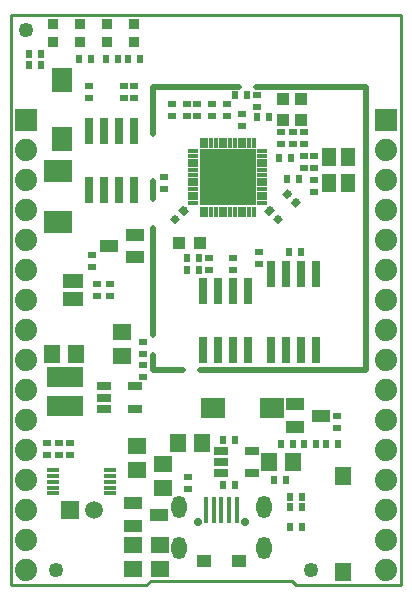
<source format=gbr>
G04 #@! TF.GenerationSoftware,KiCad,Pcbnew,no-vcs-found-bf44d39~61~ubuntu16.04.1*
G04 #@! TF.CreationDate,2018-01-10T12:05:20+02:00*
G04 #@! TF.ProjectId,ESP32-PRO_Rev_B,45535033322D50524F5F5265765F422E,C*
G04 #@! TF.SameCoordinates,Original*
G04 #@! TF.FileFunction,Soldermask,Top*
G04 #@! TF.FilePolarity,Negative*
%FSLAX46Y46*%
G04 Gerber Fmt 4.6, Leading zero omitted, Abs format (unit mm)*
G04 Created by KiCad (PCBNEW no-vcs-found-bf44d39~61~ubuntu16.04.1) date Wed Jan 10 12:05:20 2018*
%MOMM*%
%LPD*%
G01*
G04 APERTURE LIST*
%ADD10C,0.508000*%
%ADD11C,0.254000*%
%ADD12R,1.501600X1.101600*%
%ADD13R,1.371600X1.625600*%
%ADD14R,0.701600X2.301600*%
%ADD15R,1.301600X0.651600*%
%ADD16R,1.101600X0.351600*%
%ADD17R,3.101600X1.701600*%
%ADD18R,2.431600X2.431600*%
%ADD19R,0.901600X0.301600*%
%ADD20R,0.301600X0.901600*%
%ADD21O,1.301600X1.901600*%
%ADD22R,1.200000X1.100000*%
%ADD23C,0.700000*%
%ADD24R,0.425000X2.250000*%
%ADD25R,1.625600X1.371600*%
%ADD26R,0.601600X0.651600*%
%ADD27R,1.301600X1.501600*%
%ADD28C,1.254000*%
%ADD29R,1.117600X1.117600*%
%ADD30R,1.501600X1.501600*%
%ADD31C,1.501600*%
%ADD32R,0.901600X0.901600*%
%ADD33R,1.801600X2.101600*%
%ADD34R,2.101600X1.801600*%
%ADD35C,1.879600*%
%ADD36R,1.879600X1.879600*%
%ADD37R,2.387600X1.879600*%
%ADD38R,0.651600X0.601600*%
%ADD39C,0.601600*%
%ADD40C,0.100000*%
%ADD41R,1.701800X1.270000*%
G04 APERTURE END LIST*
D10*
X139000000Y-75000000D02*
X139000000Y-75000000D01*
X139000000Y-76500000D02*
X139000000Y-75000000D01*
X139000000Y-79000000D02*
X139000000Y-79000000D01*
X139000000Y-88000000D02*
X139000000Y-79000000D01*
X139000000Y-89750000D02*
X139000000Y-89750000D01*
X139000000Y-91000000D02*
X139000000Y-89750000D01*
X141500000Y-91000000D02*
X139000000Y-91000000D01*
X143000000Y-91000000D02*
X143000000Y-91000000D01*
X157000000Y-91000000D02*
X143000000Y-91000000D01*
X157000000Y-67000000D02*
X157000000Y-91000000D01*
X147750000Y-67000000D02*
X157000000Y-67000000D01*
X146250000Y-67000000D02*
X146250000Y-67000000D01*
X139000000Y-67000000D02*
X146250000Y-67000000D01*
X139000000Y-71000000D02*
X139000000Y-67000000D01*
D11*
X151130000Y-109220000D02*
X160020000Y-109220000D01*
X150749000Y-108839000D02*
X151130000Y-109220000D01*
X138811000Y-108839000D02*
X150749000Y-108839000D01*
X138430000Y-109220000D02*
X138811000Y-108839000D01*
X127000000Y-109220000D02*
X138430000Y-109220000D01*
X127000000Y-60960000D02*
X160020000Y-60960000D01*
X127000000Y-109220000D02*
X127000000Y-60960000D01*
X160020000Y-109220000D02*
X160020000Y-60960000D01*
D12*
X151038560Y-93919040D03*
X151038560Y-95821500D03*
X153248360Y-94866460D03*
D13*
X155067000Y-99949000D03*
X155067000Y-108077000D03*
D14*
X143256000Y-84298680D03*
X144526000Y-84298680D03*
X145796000Y-84298680D03*
X147066000Y-84298680D03*
X147066000Y-89298680D03*
X145796000Y-89298680D03*
X144526000Y-89298680D03*
X143256000Y-89298680D03*
X148971000Y-82871000D03*
X150241000Y-82871000D03*
X151511000Y-82871000D03*
X152781000Y-82871000D03*
X152781000Y-89341000D03*
X151511000Y-89341000D03*
X150241000Y-89341000D03*
X148971000Y-89341000D03*
D15*
X144750000Y-97856000D03*
X144750000Y-98806000D03*
X144750000Y-99756000D03*
X147350000Y-97856000D03*
X147350000Y-99756000D03*
D12*
X137322560Y-102301040D03*
X137322560Y-104203500D03*
X139532360Y-103248460D03*
D16*
X130569000Y-101457000D03*
X130569000Y-100957000D03*
X130569000Y-100457000D03*
X130569000Y-99957000D03*
X130569000Y-99457000D03*
X135369000Y-99457000D03*
X135369000Y-99957000D03*
X135369000Y-100457000D03*
X135369000Y-100957000D03*
X135369000Y-101457000D03*
D17*
X131572000Y-91637000D03*
X131572000Y-94037000D03*
D15*
X134844000Y-92395000D03*
X134844000Y-93345000D03*
X134844000Y-94295000D03*
X137444000Y-92395000D03*
X137444000Y-94295000D03*
D18*
X144158000Y-73512000D03*
X146488000Y-73512000D03*
X146488000Y-75842000D03*
X144158000Y-75842000D03*
D19*
X148243000Y-72477000D03*
X148243000Y-72877000D03*
X148243000Y-73277000D03*
X148243000Y-73677000D03*
X148243000Y-74077000D03*
X148243000Y-74477000D03*
X148243000Y-74877000D03*
X148243000Y-75277000D03*
X148243000Y-75677000D03*
X148243000Y-76077000D03*
X148243000Y-76477000D03*
X148243000Y-76877000D03*
D20*
X147523000Y-77597000D03*
X147123000Y-77597000D03*
X146723000Y-77597000D03*
X146323000Y-77597000D03*
X145923000Y-77597000D03*
X145523000Y-77597000D03*
X145123000Y-77597000D03*
X144723000Y-77597000D03*
X144323000Y-77597000D03*
X143923000Y-77597000D03*
X143523000Y-77597000D03*
X143123000Y-77597000D03*
D19*
X142403000Y-76877000D03*
X142403000Y-76477000D03*
X142403000Y-76077000D03*
X142403000Y-75677000D03*
X142403000Y-75277000D03*
X142403000Y-74877000D03*
X142403000Y-74477000D03*
X142403000Y-74077000D03*
X142403000Y-73677000D03*
X142403000Y-73277000D03*
X142403000Y-72877000D03*
X142403000Y-72477000D03*
D20*
X143123000Y-71757000D03*
X143523000Y-71757000D03*
X143923000Y-71757000D03*
X144323000Y-71757000D03*
X144723000Y-71757000D03*
X145123000Y-71757000D03*
X145523000Y-71757000D03*
X145923000Y-71757000D03*
X146323000Y-71757000D03*
X146723000Y-71757000D03*
X147123000Y-71757000D03*
X147523000Y-71757000D03*
D21*
X148380000Y-106041000D03*
X148380000Y-102571000D03*
X141180000Y-102571000D03*
X141180000Y-106041000D03*
D22*
X146280000Y-107191000D03*
X143280000Y-107191000D03*
D23*
X146780000Y-103891000D03*
X142780000Y-103891000D03*
D24*
X146080000Y-102891000D03*
X145430000Y-102891000D03*
X144780000Y-102891000D03*
X144130000Y-102891000D03*
X143480000Y-102891000D03*
D25*
X139573000Y-107823000D03*
X139573000Y-105791000D03*
X139827000Y-100965000D03*
X139827000Y-98933000D03*
D26*
X149669500Y-73025000D03*
X150685500Y-73025000D03*
D27*
X155486000Y-72941000D03*
X153886000Y-75141000D03*
X155486000Y-75141000D03*
X153886000Y-72941000D03*
D28*
X128270000Y-62230000D03*
X130810000Y-107950000D03*
X152400000Y-107950000D03*
D29*
X149987000Y-68072000D03*
X149987000Y-69850000D03*
D14*
X133604000Y-70779000D03*
X134874000Y-70779000D03*
X136144000Y-70779000D03*
X137414000Y-70779000D03*
X137414000Y-75779000D03*
X136144000Y-75779000D03*
X134874000Y-75779000D03*
X133604000Y-75779000D03*
D30*
X131960620Y-102892860D03*
D31*
X133972300Y-102890320D03*
D25*
X136398000Y-87757000D03*
X136398000Y-89789000D03*
D32*
X137414000Y-63246000D03*
X137414000Y-61722000D03*
X132842000Y-61722000D03*
X132842000Y-63246000D03*
X135128000Y-61722000D03*
X135128000Y-63246000D03*
D29*
X151511000Y-69850000D03*
X151511000Y-68072000D03*
D32*
X130556000Y-61722000D03*
X130556000Y-63246000D03*
D25*
X137287000Y-105791000D03*
X137287000Y-107823000D03*
D13*
X143129000Y-97155000D03*
X141097000Y-97155000D03*
D25*
X137642600Y-99441000D03*
X137642600Y-97409000D03*
D13*
X148844000Y-98806000D03*
X150876000Y-98806000D03*
D29*
X141224000Y-80264000D03*
X143002000Y-80264000D03*
D33*
X131318000Y-66461000D03*
X131318000Y-71461000D03*
D34*
X144058000Y-94234000D03*
X149058000Y-94234000D03*
D12*
X135298000Y-80518000D03*
X137498000Y-79568000D03*
X137498000Y-81468000D03*
D35*
X128270000Y-105410000D03*
X128270000Y-107950000D03*
X128270000Y-102870000D03*
X128270000Y-100330000D03*
X128270000Y-95250000D03*
X128270000Y-97790000D03*
X128270000Y-92710000D03*
X128270000Y-90170000D03*
X128270000Y-85090000D03*
X128270000Y-87630000D03*
X128270000Y-82550000D03*
X128270000Y-80010000D03*
D36*
X128270000Y-69850000D03*
D35*
X128270000Y-72390000D03*
X128270000Y-74930000D03*
X128270000Y-77470000D03*
X158750000Y-77470000D03*
X158750000Y-74930000D03*
X158750000Y-72390000D03*
D36*
X158750000Y-69850000D03*
D35*
X158750000Y-80010000D03*
X158750000Y-82550000D03*
X158750000Y-87630000D03*
X158750000Y-85090000D03*
X158750000Y-90170000D03*
X158750000Y-92710000D03*
X158750000Y-97790000D03*
X158750000Y-95250000D03*
X158750000Y-100330000D03*
X158750000Y-102870000D03*
X158750000Y-107950000D03*
X158750000Y-105410000D03*
D37*
X130937000Y-78504000D03*
X130937000Y-74150000D03*
D26*
X145923000Y-67691000D03*
X146939000Y-67691000D03*
D38*
X147828000Y-67691000D03*
X147828000Y-68707000D03*
D26*
X147828000Y-69596000D03*
X148844000Y-69596000D03*
D38*
X151765000Y-70866000D03*
X151765000Y-71882000D03*
X152654000Y-72898000D03*
X152654000Y-73914000D03*
X152654000Y-74930000D03*
X152654000Y-75946000D03*
X149873937Y-70866000D03*
X149873937Y-71882000D03*
X145288000Y-68453000D03*
X145288000Y-69469000D03*
X144018000Y-69469000D03*
X144018000Y-68453000D03*
D26*
X151384000Y-74803000D03*
X150368000Y-74803000D03*
D38*
X142748000Y-68453000D03*
X142748000Y-69469000D03*
X146558000Y-70358000D03*
X146558000Y-69342000D03*
X139954000Y-75692000D03*
X139954000Y-74676000D03*
D39*
X149584210Y-78210210D03*
D40*
G36*
X149141137Y-78227888D02*
X149601888Y-77767137D01*
X150027283Y-78192532D01*
X149566532Y-78653283D01*
X149141137Y-78227888D01*
X149141137Y-78227888D01*
G37*
D39*
X148865790Y-77491790D03*
D40*
G36*
X149308863Y-77474112D02*
X148848112Y-77934863D01*
X148422717Y-77509468D01*
X148883468Y-77048717D01*
X149308863Y-77474112D01*
X149308863Y-77474112D01*
G37*
D38*
X150876000Y-71882000D03*
X150876000Y-70866000D03*
X151765000Y-72898000D03*
X151765000Y-73914000D03*
X141859000Y-69469000D03*
X141859000Y-68453000D03*
D39*
X141583210Y-77491790D03*
D40*
G36*
X141600888Y-77934863D02*
X141140137Y-77474112D01*
X141565532Y-77048717D01*
X142026283Y-77509468D01*
X141600888Y-77934863D01*
X141600888Y-77934863D01*
G37*
D39*
X140864790Y-78210210D03*
D40*
G36*
X140847112Y-77767137D02*
X141307863Y-78227888D01*
X140882468Y-78653283D01*
X140421717Y-78192532D01*
X140847112Y-77767137D01*
X140847112Y-77767137D01*
G37*
D38*
X147955000Y-81026000D03*
X147955000Y-82042000D03*
D26*
X141859000Y-82550000D03*
X142875000Y-82550000D03*
D39*
X151108210Y-76813210D03*
D40*
G36*
X150665137Y-76830888D02*
X151125888Y-76370137D01*
X151551283Y-76795532D01*
X151090532Y-77256283D01*
X150665137Y-76830888D01*
X150665137Y-76830888D01*
G37*
D39*
X150389790Y-76094790D03*
D40*
G36*
X150832863Y-76077112D02*
X150372112Y-76537863D01*
X149946717Y-76112468D01*
X150407468Y-75651717D01*
X150832863Y-76077112D01*
X150832863Y-76077112D01*
G37*
D26*
X151511000Y-81026000D03*
X150495000Y-81026000D03*
D38*
X145796000Y-81534000D03*
X145796000Y-82550000D03*
X143764000Y-82550000D03*
X143764000Y-81534000D03*
D26*
X142875000Y-81534000D03*
X141859000Y-81534000D03*
D38*
X141986000Y-101092000D03*
X141986000Y-100076000D03*
D26*
X128524000Y-65151000D03*
X129540000Y-65151000D03*
X150876000Y-97282000D03*
X149860000Y-97282000D03*
X150241000Y-100330000D03*
X149225000Y-100330000D03*
X150622000Y-102616000D03*
X151638000Y-102616000D03*
D38*
X133604000Y-67945000D03*
X133604000Y-66929000D03*
X131064000Y-98171000D03*
X131064000Y-97155000D03*
X154559000Y-95885000D03*
X154559000Y-94869000D03*
D26*
X151638000Y-101727000D03*
X150622000Y-101727000D03*
X137922000Y-64643000D03*
X136906000Y-64643000D03*
X135001000Y-64643000D03*
X136017000Y-64643000D03*
D38*
X130048000Y-97155000D03*
X130048000Y-98171000D03*
D26*
X132715000Y-64643000D03*
X133731000Y-64643000D03*
X128524000Y-64262000D03*
X129540000Y-64262000D03*
D38*
X136525000Y-66929000D03*
X136525000Y-67945000D03*
X137414000Y-67945000D03*
X137414000Y-66929000D03*
D26*
X151765000Y-97282000D03*
X152781000Y-97282000D03*
D38*
X131953000Y-97155000D03*
X131953000Y-98171000D03*
X138176000Y-88646000D03*
X138176000Y-89662000D03*
X138176000Y-90551000D03*
X138176000Y-91567000D03*
X140589000Y-68453000D03*
X140589000Y-69469000D03*
D26*
X144907000Y-96901000D03*
X145923000Y-96901000D03*
X145923000Y-100711000D03*
X144907000Y-100711000D03*
X150622000Y-104267000D03*
X151638000Y-104267000D03*
D38*
X133858000Y-82296000D03*
X133858000Y-81280000D03*
D13*
X132461000Y-89662000D03*
X130429000Y-89662000D03*
D38*
X134239000Y-84709000D03*
X134239000Y-83693000D03*
D26*
X154686000Y-97282000D03*
X153670000Y-97282000D03*
D38*
X135382000Y-83693000D03*
X135382000Y-84709000D03*
D41*
X132207000Y-84963000D03*
X132207000Y-84963000D03*
X132207000Y-83439000D03*
M02*

</source>
